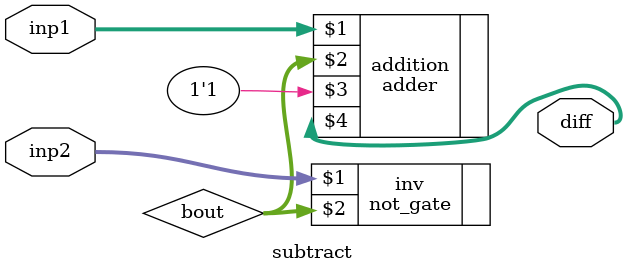
<source format=v>
module subtract (
    inp1,
    inp2,
    diff
);
  input [31:0] inp1;
  input [31:0] inp2;
  output [31:0] diff;

  wire [31:0] bout;

  not_gate inv (
      inp2,
      bout
  );
  adder addition (
      inp1,
      bout,
      1'b1,
      diff
  );
endmodule
</source>
